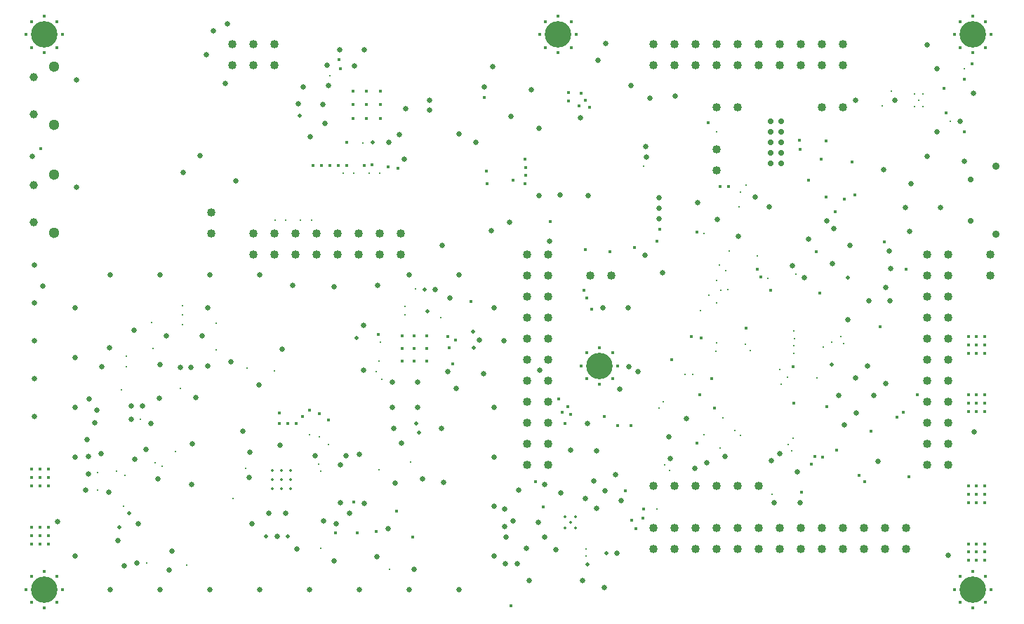
<source format=gbr>
%TF.GenerationSoftware,KiCad,Pcbnew,(2018-02-05 revision 1f48759)-master*%
%TF.CreationDate,2018-05-29T17:10:07+02:00*%
%TF.ProjectId,hackrf-one,6861636B72662D6F6E652E6B69636164,rev?*%
%TF.SameCoordinates,Original*%
%TF.FileFunction,Plated,1,4,PTH,Drill*%
%TF.FilePolarity,Positive*%
%FSLAX46Y46*%
G04 Gerber Fmt 4.6, Leading zero omitted, Abs format (unit mm)*
G04 Created by KiCad (PCBNEW (2018-02-05 revision 1f48759)-master) date Tuesday, 29 May 2018 at 17:10:07*
%MOMM*%
%LPD*%
G01*
G04 APERTURE LIST*
%TA.AperFunction,ComponentDrill*%
%ADD10C,0.330000*%
%TD*%
%TA.AperFunction,ViaDrill*%
%ADD11C,0.330200*%
%TD*%
%TA.AperFunction,ComponentDrill*%
%ADD12C,0.330200*%
%TD*%
%TA.AperFunction,ComponentDrill*%
%ADD13C,0.350000*%
%TD*%
%TA.AperFunction,ComponentDrill*%
%ADD14C,0.381000*%
%TD*%
%TA.AperFunction,ViaDrill*%
%ADD15C,0.406400*%
%TD*%
%TA.AperFunction,ViaDrill*%
%ADD16C,0.508000*%
%TD*%
%TA.AperFunction,ViaDrill*%
%ADD17C,0.635000*%
%TD*%
%TA.AperFunction,ComponentDrill*%
%ADD18C,0.700000*%
%TD*%
%TA.AperFunction,ComponentDrill*%
%ADD19C,0.711200*%
%TD*%
%TA.AperFunction,ComponentDrill*%
%ADD20C,0.900000*%
%TD*%
%TA.AperFunction,ComponentDrill*%
%ADD21C,0.990000*%
%TD*%
%TA.AperFunction,ComponentDrill*%
%ADD22C,1.016000*%
%TD*%
%TA.AperFunction,ComponentDrill*%
%ADD23C,1.300000*%
%TD*%
%TA.AperFunction,ComponentDrill*%
%ADD24C,3.200400*%
%TD*%
G04 APERTURE END LIST*
D10*
%TO.C,U21*%
X169030000Y-112701200D03*
X169530000Y-111951200D03*
%TD*%
D11*
X70471000Y-156857000D03*
X70471000Y-159016000D03*
X72757000Y-156730000D03*
X73341200Y-146925600D03*
X73533000Y-160985200D03*
X73750000Y-157200000D03*
X73893400Y-144097200D03*
X73944200Y-142827200D03*
X75576400Y-150481600D03*
X76327700Y-167803800D03*
X76966800Y-138737800D03*
X77093800Y-141938200D03*
X77379800Y-155714000D03*
X78192600Y-156095000D03*
X79843600Y-154342400D03*
X80416400Y-146761200D03*
X80649800Y-136731200D03*
X80649800Y-137874200D03*
X80649800Y-139017200D03*
X81209000Y-168040400D03*
X84713800Y-138890200D03*
X84713800Y-142065200D03*
X86746200Y-160039400D03*
X88265000Y-156362400D03*
X88488800Y-144243600D03*
X91765400Y-144624600D03*
X91821000Y-126381000D03*
X93091000Y-126381000D03*
X94945200Y-126381000D03*
X96024000Y-152302600D03*
X96220400Y-126384400D03*
X97129600Y-155854400D03*
X97167000Y-152556600D03*
X97370200Y-156747600D03*
X97390520Y-166023680D03*
X98298000Y-153517600D03*
X98463100Y-108994700D03*
X100076000Y-120767600D03*
X101346000Y-120767600D03*
X102450900Y-117097300D03*
X103200200Y-120767600D03*
X104038400Y-144729200D03*
X104394000Y-156591000D03*
X104406700Y-143421100D03*
X104470200Y-120767600D03*
X104584500Y-141109700D03*
X104749600Y-145618200D03*
X105681920Y-168571120D03*
X107518200Y-136855200D03*
X107518200Y-137845800D03*
X108204000Y-155651200D03*
X108762800Y-134721600D03*
X111823500Y-138188700D03*
X129374200Y-166101000D03*
X129392800Y-166973600D03*
X136301600Y-119907400D03*
X137901800Y-161309400D03*
X138181200Y-149066600D03*
X138638400Y-148355400D03*
X138816200Y-155937300D03*
X139413100Y-156635800D03*
X141330800Y-145002600D03*
X142194400Y-145078800D03*
X143134200Y-137357200D03*
X143608193Y-128038885D03*
X143626154Y-152339458D03*
X144182930Y-135474537D03*
X145013800Y-142259400D03*
X145090000Y-115767200D03*
X145090000Y-136417400D03*
X145090000Y-141243400D03*
X145115400Y-133699600D03*
X145420200Y-131870800D03*
X145496400Y-153918000D03*
X145598000Y-134918800D03*
X145902800Y-150285800D03*
X146207600Y-132531200D03*
X146461600Y-134817200D03*
X146664800Y-130118200D03*
X147325200Y-151809800D03*
X147792993Y-124823953D03*
X147960200Y-123006200D03*
X147960200Y-152394000D03*
X148595200Y-141395800D03*
X148646000Y-122193400D03*
X149204800Y-142132400D03*
X150038057Y-130768883D03*
X151313000Y-133445600D03*
X151821000Y-159531400D03*
X152735400Y-144418400D03*
X152862400Y-146247200D03*
X153700600Y-145358200D03*
X153776800Y-153511600D03*
X154208600Y-154248200D03*
X154366540Y-152734589D03*
X154411800Y-141573600D03*
X154437200Y-142513400D03*
X154462600Y-139795600D03*
X154538800Y-140735400D03*
X154701360Y-132896960D03*
X157180400Y-145434400D03*
X157967800Y-141700600D03*
X159018313Y-141114138D03*
X160131864Y-140431638D03*
X160401272Y-141311703D03*
X165085000Y-112586200D03*
X166228000Y-110808200D03*
X173289200Y-114491200D03*
X175016400Y-108141200D03*
D12*
%TO.C,U21*%
X169030000Y-111201200D03*
X170030000Y-111201200D03*
X170030000Y-112701200D03*
D13*
%TO.C,U4*%
X91520400Y-156663600D03*
X91520400Y-157763600D03*
X91520400Y-158863600D03*
X92620400Y-156663600D03*
X92620400Y-157763600D03*
X92620400Y-158863600D03*
X93720400Y-156663600D03*
X93720400Y-157763600D03*
X93720400Y-158863600D03*
%TO.C,U19*%
X126809200Y-162266000D03*
X126809200Y-163586000D03*
X127469200Y-162926000D03*
X128129200Y-162266000D03*
X128129200Y-163586000D03*
D14*
%TO.C,J5*%
X61800000Y-171000000D03*
X62450000Y-169450000D03*
X62450000Y-172550000D03*
X64000000Y-168800000D03*
X64000000Y-173200000D03*
X65550000Y-169450000D03*
X65550000Y-172550000D03*
X66200000Y-171000000D03*
%TO.C,P16*%
X175480000Y-158500000D03*
X175480000Y-159500000D03*
X175480000Y-160500000D03*
X175480000Y-165500000D03*
X175480000Y-166500000D03*
X175480000Y-167500000D03*
X176480000Y-158500000D03*
X176480000Y-159500000D03*
X176480000Y-160500000D03*
X176480000Y-165500000D03*
X176480000Y-166500000D03*
X176480000Y-167500000D03*
X177480000Y-158500000D03*
X177480000Y-159500000D03*
X177480000Y-160500000D03*
X177480000Y-165500000D03*
X177480000Y-166500000D03*
X177480000Y-167500000D03*
%TO.C,P4*%
X62520000Y-156500000D03*
X62520000Y-157500000D03*
X62520000Y-158500000D03*
X62520000Y-163500000D03*
X62520000Y-164500000D03*
X62520000Y-165500000D03*
X63520000Y-156500000D03*
X63520000Y-157500000D03*
X63520000Y-158500000D03*
X63520000Y-163500000D03*
X63520000Y-164500000D03*
X63520000Y-165500000D03*
X64520000Y-156500000D03*
X64520000Y-157500000D03*
X64520000Y-158500000D03*
X64520000Y-163500000D03*
X64520000Y-164500000D03*
X64520000Y-165500000D03*
%TO.C,J7*%
X173800000Y-104000000D03*
X174450000Y-102450000D03*
X174450000Y-105550000D03*
X176000000Y-101800000D03*
X176000000Y-106200000D03*
X177550000Y-102450000D03*
X177550000Y-105550000D03*
X178200000Y-104000000D03*
%TO.C,P2*%
X175480000Y-140500000D03*
X175480000Y-141500000D03*
X175480000Y-142500000D03*
X175480000Y-147500000D03*
X175480000Y-148500000D03*
X175480000Y-149500000D03*
X176480000Y-140500000D03*
X176480000Y-141500000D03*
X176480000Y-142500000D03*
X176480000Y-147500000D03*
X176480000Y-148500000D03*
X176480000Y-149500000D03*
X177480000Y-140500000D03*
X177480000Y-141500000D03*
X177480000Y-142500000D03*
X177480000Y-147500000D03*
X177480000Y-148500000D03*
X177480000Y-149500000D03*
%TO.C,J4*%
X61800000Y-104000000D03*
X62450000Y-102450000D03*
X62450000Y-105550000D03*
X64000000Y-101800000D03*
X64000000Y-106200000D03*
X65550000Y-102450000D03*
X65550000Y-105550000D03*
X66200000Y-104000000D03*
%TO.C,U17*%
X107148500Y-140397100D03*
X107148500Y-141897100D03*
X107148500Y-143397100D03*
X108648500Y-140397100D03*
X108648500Y-141897100D03*
X108648500Y-143397100D03*
X110148500Y-140397100D03*
X110148500Y-141897100D03*
X110148500Y-143397100D03*
%TO.C,U18*%
X101245400Y-110811800D03*
X101245400Y-112461800D03*
X101245400Y-114111800D03*
X102895400Y-110811800D03*
X102895400Y-112461800D03*
X102895400Y-114111800D03*
X104545400Y-110811800D03*
X104545400Y-112461800D03*
X104545400Y-114111800D03*
%TO.C,J9*%
X128800000Y-144000000D03*
X129450000Y-142450000D03*
X129450000Y-145550000D03*
X131000000Y-141800000D03*
X131000000Y-146200000D03*
X132550000Y-142450000D03*
X132550000Y-145550000D03*
X133200000Y-144000000D03*
%TO.C,J6*%
X173800000Y-171000000D03*
X174450000Y-169450000D03*
X174450000Y-172550000D03*
X176000000Y-168800000D03*
X176000000Y-173200000D03*
X177550000Y-169450000D03*
X177550000Y-172550000D03*
X178200000Y-171000000D03*
%TO.C,J8*%
X123800000Y-104000000D03*
X124450000Y-102450000D03*
X124450000Y-105550000D03*
X126000000Y-101800000D03*
X126000000Y-106200000D03*
X127550000Y-102450000D03*
X127550000Y-105550000D03*
X128200000Y-104000000D03*
%TD*%
D15*
X63581400Y-117773800D03*
X92341000Y-149661000D03*
X92341000Y-151007200D03*
X93357000Y-151007200D03*
X94373000Y-151007200D03*
X95128200Y-150108000D03*
X96024000Y-149381600D03*
X96418400Y-119827800D03*
X97167000Y-149762600D03*
X97434400Y-119827800D03*
X98310000Y-150524600D03*
X98450400Y-119827800D03*
X99110800Y-164160200D03*
X99466400Y-119827800D03*
X99598600Y-107055000D03*
X99740840Y-108147200D03*
X100482400Y-117033800D03*
X100482400Y-119827800D03*
X101325800Y-160420400D03*
X101732200Y-164205000D03*
X102616000Y-119827800D03*
X103530400Y-119726200D03*
X104018200Y-163976400D03*
X104279700Y-140195300D03*
X105491400Y-119958200D03*
X106482000Y-161512600D03*
X106659800Y-120110600D03*
X108432600Y-164668200D03*
X112712500Y-140474700D03*
X112864900Y-141846300D03*
X113289200Y-143732600D03*
X113601500Y-140906500D03*
X115468400Y-136245600D03*
X117094000Y-111582200D03*
X117327800Y-120517000D03*
X117429400Y-122041000D03*
X120294400Y-173024800D03*
X120553600Y-121583800D03*
X122026800Y-119069200D03*
X122026800Y-121990200D03*
X122052200Y-121025000D03*
X122077600Y-120059800D03*
X123296800Y-157956600D03*
X124211200Y-161080800D03*
X125049400Y-126613000D03*
X126090800Y-147974400D03*
X126471800Y-149625400D03*
X126852800Y-150971600D03*
X127157600Y-148965000D03*
X127208400Y-111982600D03*
X127259200Y-110992000D03*
X127513200Y-149854000D03*
X128529200Y-112592200D03*
X128757800Y-111119000D03*
X129113400Y-134893400D03*
X129265800Y-111931800D03*
X129316600Y-129991200D03*
X129469000Y-135782400D03*
X129748400Y-112770000D03*
X130053200Y-137128600D03*
X131551800Y-150082600D03*
X132212200Y-130219800D03*
X133202800Y-151225600D03*
X134091800Y-159074200D03*
X134803000Y-151251000D03*
X134828400Y-162681000D03*
X135186540Y-129714340D03*
X135361800Y-163646200D03*
X136200000Y-162376200D03*
X136301600Y-161258600D03*
X137927200Y-128975200D03*
X138232000Y-127502000D03*
X139674600Y-143281400D03*
X142036800Y-140512800D03*
X142702400Y-127857600D03*
X142778600Y-153308400D03*
X143083400Y-147491800D03*
X143281400Y-140639800D03*
X144074000Y-114675000D03*
X144556600Y-145510600D03*
X144836000Y-149142800D03*
X145496400Y-122345800D03*
X146588600Y-122320400D03*
X148646000Y-139490800D03*
X150017600Y-132353400D03*
X150424000Y-133267800D03*
X151617800Y-134868000D03*
X154335600Y-144139000D03*
X154432000Y-148488400D03*
X155142400Y-116778000D03*
X155148400Y-117824600D03*
X155371800Y-159258000D03*
X156189800Y-121609200D03*
X156545400Y-155848400D03*
X156926400Y-154959400D03*
X157155000Y-130194400D03*
X157586800Y-135198200D03*
X157688400Y-119018400D03*
X157917000Y-155061000D03*
X158348800Y-116808600D03*
X158348800Y-123615800D03*
X158389695Y-148962882D03*
X159441000Y-125393800D03*
X159593400Y-154146600D03*
X160533200Y-123869800D03*
X161473000Y-119348600D03*
X161800000Y-123400000D03*
X162306000Y-157251400D03*
X162991800Y-158013400D03*
X163759000Y-151911400D03*
X164846000Y-139319000D03*
X165308400Y-129076800D03*
X166832400Y-150235000D03*
X167614600Y-149631400D03*
X168000800Y-132353400D03*
X168351200Y-157429200D03*
X169291000Y-147472400D03*
X172552600Y-110503400D03*
X172832000Y-113475200D03*
X174991000Y-109411200D03*
X174991000Y-115761200D03*
X175895120Y-107532520D03*
D16*
X73087200Y-163537200D03*
X74255600Y-161810000D03*
X90715400Y-164570800D03*
X93382400Y-164570800D03*
X94830900Y-113795300D03*
X101638100Y-140652500D03*
X103657400Y-117033800D03*
X108851700Y-150990300D03*
X109207300Y-152107900D03*
X109918500Y-134759700D03*
X110197900Y-137426700D03*
X115760500Y-139865100D03*
X115785900Y-141846300D03*
X129501200Y-168006000D03*
X131787200Y-166609000D03*
X158982392Y-143880057D03*
X160904166Y-133337236D03*
D17*
X62540000Y-118713600D03*
X62794000Y-131820000D03*
X62794000Y-136392000D03*
X62794000Y-140938600D03*
X62794000Y-145510600D03*
X62794000Y-150082600D03*
X63810000Y-134360000D03*
X65588000Y-162808000D03*
X67750000Y-137000000D03*
X67750000Y-143000000D03*
X67750000Y-149000000D03*
X67750000Y-155000000D03*
X67750000Y-167000000D03*
X67874000Y-109442600D03*
X67874000Y-122396600D03*
X69000000Y-159000000D03*
X69201000Y-152920000D03*
X69302600Y-154926600D03*
X69302600Y-157034800D03*
X69448800Y-147999800D03*
X70090000Y-150888000D03*
X70369400Y-149364000D03*
X70852000Y-154621800D03*
X70947000Y-144071800D03*
X71766400Y-159270000D03*
X71912200Y-141862000D03*
X72000000Y-133000000D03*
X72000000Y-171000000D03*
X72903200Y-165119400D03*
X73614400Y-168142000D03*
X74484200Y-150481600D03*
X74535000Y-148856000D03*
X74879200Y-139700000D03*
X74916000Y-155282200D03*
X75184700Y-167803800D03*
X75311000Y-163068000D03*
X75869800Y-148894800D03*
X76287600Y-154113800D03*
X76835000Y-151003000D03*
X77735400Y-157669800D03*
X77851000Y-147904200D03*
X77982800Y-143868600D03*
X78000000Y-133000000D03*
X78000000Y-171000000D03*
X78744800Y-140414200D03*
X79070200Y-168706800D03*
X79375700Y-166406800D03*
X80395800Y-144224200D03*
X80777200Y-120644000D03*
X81665800Y-144224200D03*
X81774000Y-158330200D03*
X81901000Y-153428000D03*
X82270600Y-147878800D03*
X82809200Y-118662800D03*
X83062800Y-140414200D03*
X83545800Y-106420000D03*
X83697800Y-136985200D03*
X83697800Y-143995600D03*
X84000000Y-133000000D03*
X84000000Y-171000000D03*
X84409400Y-103575200D03*
X85857200Y-109925200D03*
X86136600Y-102686200D03*
X86482200Y-143481600D03*
X87152600Y-121660000D03*
X87921400Y-151921600D03*
X88696800Y-157530800D03*
X88810400Y-154461600D03*
X89064400Y-163046800D03*
X89885800Y-146275600D03*
X90000000Y-133000000D03*
X90000000Y-171000000D03*
X91096400Y-161776800D03*
X92112400Y-164570800D03*
X92468000Y-153572600D03*
X92679800Y-141983000D03*
X93103000Y-161827600D03*
X94000000Y-134250000D03*
X94449200Y-166145600D03*
X94620200Y-112350900D03*
X95211900Y-110366300D03*
X96000000Y-171000000D03*
X96080700Y-116300600D03*
X96659000Y-154842600D03*
X97604700Y-112414400D03*
X97725800Y-162716600D03*
X97828100Y-114735100D03*
X98132900Y-107699300D03*
X98252400Y-110153800D03*
X98970400Y-167542600D03*
X99000000Y-134500000D03*
X99187000Y-163068000D03*
X99631500Y-105819700D03*
X99707000Y-155985600D03*
X99720400Y-160553400D03*
X100431600Y-154838400D03*
X100850000Y-161827600D03*
X101460300Y-107826300D03*
X102000000Y-171000000D03*
X102006400Y-154686000D03*
X102527100Y-139103100D03*
X102527100Y-144564100D03*
X102590600Y-160629600D03*
X102646600Y-105835800D03*
X104163000Y-167052200D03*
X104250000Y-134250000D03*
X105483800Y-163648600D03*
X105562400Y-117059200D03*
X105981500Y-145986500D03*
X105981500Y-149009100D03*
X106133900Y-151549100D03*
X106360400Y-158164000D03*
X106845100Y-116106700D03*
X107061000Y-153339800D03*
X107416600Y-119091200D03*
X107599600Y-112922400D03*
X108000000Y-133000000D03*
X108000000Y-171000000D03*
X108633400Y-168576200D03*
X109029500Y-146011900D03*
X109029500Y-149009100D03*
X109628500Y-157672300D03*
X110502700Y-111941100D03*
X110502700Y-113160300D03*
X111188500Y-134759700D03*
X111925100Y-151549100D03*
X112000000Y-129500000D03*
X112166400Y-158064200D03*
X112712500Y-144691100D03*
X112966500Y-135775700D03*
X113728500Y-146723100D03*
X114000000Y-133000000D03*
X114000000Y-171000000D03*
X114046000Y-116001800D03*
X116078000Y-117017800D03*
X116522500Y-140881100D03*
X117000000Y-145000000D03*
X117094000Y-110363000D03*
X117962800Y-127705200D03*
X118110000Y-107873800D03*
X118250000Y-137000000D03*
X118250000Y-149000000D03*
X118250000Y-155000000D03*
X118250000Y-161000000D03*
X118250000Y-167000000D03*
X119500000Y-141000000D03*
X119512200Y-163417600D03*
X119557800Y-161315400D03*
X119588400Y-167913400D03*
X119740800Y-164662200D03*
X120142000Y-126669800D03*
X120294400Y-113919000D03*
X120528200Y-162706400D03*
X121080200Y-167877800D03*
X121264800Y-158998000D03*
X122135200Y-165999400D03*
X122529600Y-169900600D03*
X122758200Y-110642400D03*
X123576200Y-162935000D03*
X123698000Y-115341400D03*
X123703200Y-123412600D03*
X123754000Y-144520000D03*
X124338200Y-158312200D03*
X124409200Y-164719000D03*
X124947800Y-128975200D03*
X125691200Y-166228000D03*
X126263400Y-123393200D03*
X126326200Y-159370000D03*
X127462400Y-154172000D03*
X128707000Y-114040000D03*
X128955800Y-169900600D03*
X129311400Y-160020000D03*
X129494400Y-150971600D03*
X129621400Y-123463400D03*
X130281800Y-157931200D03*
X130637400Y-154273600D03*
X130637400Y-161207800D03*
X130810000Y-107111800D03*
X131399400Y-137001600D03*
X131577200Y-170783600D03*
X131628000Y-159074200D03*
X131699000Y-105054400D03*
X132898000Y-157169200D03*
X133050400Y-166643400D03*
X133431400Y-146780600D03*
X133634600Y-160293400D03*
X134412411Y-137019141D03*
X134520174Y-144095583D03*
X134752200Y-110141100D03*
X135615800Y-144697800D03*
X136477870Y-130643159D03*
X136525000Y-117525800D03*
X136652000Y-118795800D03*
X137033000Y-111683800D03*
X138206600Y-123692000D03*
X138206600Y-124987400D03*
X138206600Y-126257400D03*
X138633131Y-132798420D03*
X139349600Y-152546400D03*
X139527400Y-155188000D03*
X140137000Y-111423800D03*
X141506813Y-150399722D03*
X142524600Y-156381800D03*
X142853852Y-124267177D03*
X143947000Y-155746800D03*
X145206679Y-126332636D03*
X146086744Y-154979653D03*
X147739111Y-128398095D03*
X149768649Y-123638559D03*
X151474898Y-124805993D03*
X151744305Y-155464587D03*
X152095200Y-160578800D03*
X152732133Y-154620443D03*
X154258777Y-131900395D03*
X154887395Y-156775704D03*
X155219400Y-160553400D03*
X155695618Y-133337236D03*
X156234433Y-128667503D03*
X158389695Y-126512241D03*
X159061418Y-131688461D03*
X159287720Y-127410267D03*
X159872800Y-147593400D03*
X160544956Y-151118143D03*
X160922127Y-138420061D03*
X161191535Y-129457765D03*
X161891995Y-145460582D03*
X161910000Y-111951200D03*
X161981797Y-149681302D03*
X163328836Y-144023741D03*
X163492300Y-136112600D03*
X164047256Y-147615843D03*
X164566600Y-155549600D03*
X165283000Y-120313800D03*
X165484097Y-134504669D03*
X165484097Y-146179002D03*
X165933110Y-130104344D03*
X166022912Y-136121115D03*
X166112715Y-132259605D03*
X166609000Y-111951200D03*
X167925000Y-124875000D03*
X168407200Y-127806800D03*
X168585000Y-122041000D03*
X170546000Y-105220200D03*
X170546000Y-118682200D03*
X171689000Y-108141200D03*
X171689000Y-115761200D03*
X172150000Y-124875000D03*
X173030000Y-166922800D03*
X174483000Y-114491200D03*
X175000000Y-119300000D03*
X176083080Y-111121540D03*
X176205000Y-152013000D03*
D18*
%TO.C,J1*%
X175770000Y-121510000D03*
X175770000Y-126490000D03*
D19*
%TO.C,P26*%
X151662600Y-114466600D03*
X151662600Y-115736600D03*
X151662600Y-117006600D03*
X151662600Y-118276600D03*
X151662600Y-119546600D03*
X152932600Y-114466600D03*
X152932600Y-115736600D03*
X152932600Y-117006600D03*
X152932600Y-118276600D03*
X152932600Y-119546600D03*
D20*
%TO.C,J1*%
X178800000Y-119875000D03*
X178800000Y-128125000D03*
D21*
%TO.C,SW2*%
X62700000Y-109150000D03*
X62700000Y-113650000D03*
%TO.C,SW1*%
X62700000Y-122150000D03*
X62700000Y-126650000D03*
D22*
%TO.C,P30*%
X137470000Y-105150000D03*
X137470000Y-107690000D03*
X140010000Y-105150000D03*
X140010000Y-107690000D03*
X142550000Y-105150000D03*
X142550000Y-107690000D03*
X145090000Y-105150000D03*
X145090000Y-107690000D03*
X147630000Y-105150000D03*
X147630000Y-107690000D03*
X150170000Y-105150000D03*
X150170000Y-107690000D03*
X152710000Y-105150000D03*
X152710000Y-107690000D03*
X155250000Y-105150000D03*
X155250000Y-107690000D03*
X157790000Y-105150000D03*
X157790000Y-107690000D03*
X160330000Y-105150000D03*
X160330000Y-107690000D03*
%TO.C,P9*%
X89210000Y-128010000D03*
X89210000Y-130550000D03*
X91750000Y-128010000D03*
X91750000Y-130550000D03*
X94290000Y-128010000D03*
X94290000Y-130550000D03*
X96830000Y-128010000D03*
X96830000Y-130550000D03*
X99370000Y-128010000D03*
X99370000Y-130550000D03*
X101910000Y-128010000D03*
X101910000Y-130550000D03*
X104450000Y-128010000D03*
X104450000Y-130550000D03*
X106990000Y-128010000D03*
X106990000Y-130550000D03*
%TO.C,P5*%
X86670000Y-105150000D03*
X86670000Y-107690000D03*
X89210000Y-105150000D03*
X89210000Y-107690000D03*
X91750000Y-105150000D03*
X91750000Y-107690000D03*
%TO.C,P28*%
X122230000Y-130550000D03*
X122230000Y-133090000D03*
X122230000Y-135630000D03*
X122230000Y-138170000D03*
X122230000Y-140710000D03*
X122230000Y-143250000D03*
X122230000Y-145790000D03*
X122230000Y-148330000D03*
X122230000Y-150870000D03*
X122230000Y-153410000D03*
X122230000Y-155950000D03*
X124770000Y-130550000D03*
X124770000Y-133090000D03*
X124770000Y-135630000D03*
X124770000Y-138170000D03*
X124770000Y-140710000D03*
X124770000Y-143250000D03*
X124770000Y-145790000D03*
X124770000Y-148330000D03*
X124770000Y-150870000D03*
X124770000Y-153410000D03*
X124770000Y-155950000D03*
%TO.C,P25*%
X137470000Y-158490000D03*
X140010000Y-158490000D03*
X142550000Y-158490000D03*
X145090000Y-158490000D03*
X147630000Y-158490000D03*
X150170000Y-158490000D03*
%TO.C,P3*%
X145090000Y-117850000D03*
X145090000Y-120390000D03*
%TO.C,P80*%
X178110000Y-130550000D03*
X178110000Y-133090000D03*
%TO.C,P1*%
X145090000Y-112770000D03*
X147630000Y-112770000D03*
%TO.C,P36*%
X84130000Y-125470000D03*
X84130000Y-128010000D03*
%TO.C,P29*%
X129850000Y-133090000D03*
X132390000Y-133090000D03*
%TO.C,P8*%
X157790000Y-112770000D03*
X160330000Y-112770000D03*
%TO.C,P22*%
X137470000Y-163570000D03*
X137470000Y-166110000D03*
X140010000Y-163570000D03*
X140010000Y-166110000D03*
X142550000Y-163570000D03*
X142550000Y-166110000D03*
X145090000Y-163570000D03*
X145090000Y-166110000D03*
X147630000Y-163570000D03*
X147630000Y-166110000D03*
X150170000Y-163570000D03*
X150170000Y-166110000D03*
X152710000Y-163570000D03*
X152710000Y-166110000D03*
X155250000Y-163570000D03*
X155250000Y-166110000D03*
X157790000Y-163570000D03*
X157790000Y-166110000D03*
X160330000Y-163570000D03*
X160330000Y-166110000D03*
X162870000Y-163570000D03*
X162870000Y-166110000D03*
X165410000Y-163570000D03*
X165410000Y-166110000D03*
X167950000Y-163570000D03*
X167950000Y-166110000D03*
%TO.C,P20*%
X170490000Y-130550000D03*
X170490000Y-133090000D03*
X170490000Y-135630000D03*
X170490000Y-138170000D03*
X170490000Y-140710000D03*
X170490000Y-143250000D03*
X170490000Y-145790000D03*
X170490000Y-148330000D03*
X170490000Y-150870000D03*
X170490000Y-153410000D03*
X170490000Y-155950000D03*
X173030000Y-130550000D03*
X173030000Y-133090000D03*
X173030000Y-135630000D03*
X173030000Y-138170000D03*
X173030000Y-140710000D03*
X173030000Y-143250000D03*
X173030000Y-145790000D03*
X173030000Y-148330000D03*
X173030000Y-150870000D03*
X173030000Y-153410000D03*
X173030000Y-155950000D03*
D23*
%TO.C,SW2*%
X65190000Y-107895000D03*
X65190000Y-114905000D03*
%TO.C,SW1*%
X65190000Y-120895000D03*
X65190000Y-127905000D03*
D24*
%TO.C,J7*%
X176000000Y-104000000D03*
%TO.C,J4*%
X64000000Y-104000000D03*
%TO.C,J9*%
X131000000Y-144000000D03*
%TO.C,J6*%
X176000000Y-171000000D03*
%TO.C,J8*%
X126000000Y-104000000D03*
%TO.C,J5*%
X64000000Y-171000000D03*
M02*

</source>
